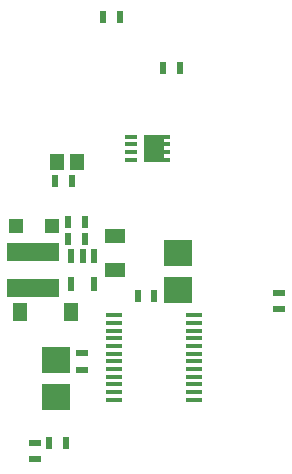
<source format=gbr>
%TF.GenerationSoftware,Altium Limited,Altium Designer,26.2.0 (7)*%
G04 Layer_Color=128*
%FSLAX45Y45*%
%MOMM*%
%TF.SameCoordinates,0EF2FD25-9F0B-49EC-8662-A35640DF5B91*%
%TF.FilePolarity,Positive*%
%TF.FileFunction,Paste,Bot*%
%TF.Part,Single*%
G01*
G75*
%TA.AperFunction,SMDPad,CuDef*%
%ADD10R,1.00000X0.60000*%
%ADD13R,0.60000X1.00000*%
%ADD35R,0.76000X0.40500*%
%ADD36R,2.35000X2.20000*%
%ADD37R,1.45000X0.40000*%
%ADD38R,1.80000X1.15000*%
%ADD39R,0.60000X1.20000*%
%ADD40R,1.20000X1.40000*%
%ADD41R,1.20000X1.52000*%
%ADD42R,0.99000X0.40500*%
%ADD43R,4.40000X1.50000*%
%ADD44R,1.15000X1.22000*%
G36*
X11618750Y9982500D02*
X11446250D01*
Y10207500D01*
X11618750D01*
Y9982500D01*
D02*
G37*
D10*
X12590000Y8732500D02*
D03*
Y8872500D02*
D03*
X10917500Y8360000D02*
D03*
Y8220000D02*
D03*
X10522500Y7462500D02*
D03*
Y7602500D02*
D03*
D13*
X11392500Y8840000D02*
D03*
X10785000Y7602500D02*
D03*
X10832500Y9817500D02*
D03*
X11532500Y8840000D02*
D03*
X10945000Y9470000D02*
D03*
Y9330000D02*
D03*
X11100000Y11202500D02*
D03*
X11747700Y10777700D02*
D03*
X10645000Y7602500D02*
D03*
X11607700Y10777700D02*
D03*
X11240000Y11202500D02*
D03*
X10805000Y9330000D02*
D03*
Y9470000D02*
D03*
X10692500Y9817500D02*
D03*
D35*
X11629500Y10192500D02*
D03*
Y10127500D02*
D03*
Y10062500D02*
D03*
Y9997500D02*
D03*
D36*
X11732500Y9208500D02*
D03*
X10700000Y8300000D02*
D03*
Y7988000D02*
D03*
X11732500Y8896500D02*
D03*
D37*
X11187500Y8680000D02*
D03*
Y8030000D02*
D03*
Y7965000D02*
D03*
Y8160000D02*
D03*
Y8550000D02*
D03*
Y8225000D02*
D03*
Y8615000D02*
D03*
Y8485000D02*
D03*
Y8095000D02*
D03*
X11867500Y8615000D02*
D03*
Y8680000D02*
D03*
Y8355000D02*
D03*
Y8420000D02*
D03*
Y8550000D02*
D03*
Y8485000D02*
D03*
Y8160000D02*
D03*
Y8095000D02*
D03*
X11187500Y8290000D02*
D03*
Y8420000D02*
D03*
Y8355000D02*
D03*
X11867500Y7965000D02*
D03*
Y8030000D02*
D03*
Y8225000D02*
D03*
Y8290000D02*
D03*
D38*
X11200000Y9065000D02*
D03*
Y9355000D02*
D03*
D39*
X11019999Y8945000D02*
D03*
Y9185000D02*
D03*
X10924999D02*
D03*
X10829999D02*
D03*
Y8945000D02*
D03*
D40*
X10877500Y9980000D02*
D03*
X10707500D02*
D03*
D41*
X10828500Y8705000D02*
D03*
X10396500D02*
D03*
D42*
X11332500Y9997500D02*
D03*
Y10062500D02*
D03*
Y10127500D02*
D03*
Y10192500D02*
D03*
D43*
X10505000Y8915000D02*
D03*
Y9220000D02*
D03*
D44*
X10360000Y9435000D02*
D03*
X10670000D02*
D03*
%TF.MD5,647cff8083066631d5483ac938684b59*%
M02*

</source>
